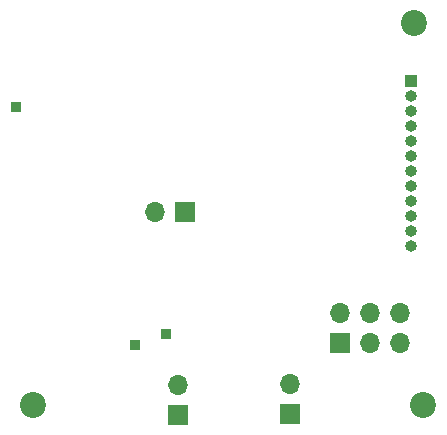
<source format=gbr>
%TF.GenerationSoftware,KiCad,Pcbnew,(5.1.9)-1*%
%TF.CreationDate,2021-03-26T18:59:29+01:00*%
%TF.ProjectId,DotBot,446f7442-6f74-42e6-9b69-6361645f7063,rev?*%
%TF.SameCoordinates,Original*%
%TF.FileFunction,Soldermask,Bot*%
%TF.FilePolarity,Negative*%
%FSLAX46Y46*%
G04 Gerber Fmt 4.6, Leading zero omitted, Abs format (unit mm)*
G04 Created by KiCad (PCBNEW (5.1.9)-1) date 2021-03-26 18:59:29*
%MOMM*%
%LPD*%
G01*
G04 APERTURE LIST*
%ADD10O,1.000000X1.000000*%
%ADD11R,1.000000X1.000000*%
%ADD12O,1.700000X1.700000*%
%ADD13R,1.700000X1.700000*%
%ADD14C,2.200000*%
%ADD15R,0.850000X0.850000*%
G04 APERTURE END LIST*
D10*
%TO.C,J5*%
X110500000Y-65070000D03*
X110500000Y-63800000D03*
X110500000Y-62530000D03*
X110500000Y-61260000D03*
X110500000Y-59990000D03*
X110500000Y-58720000D03*
X110500000Y-57450000D03*
X110500000Y-56180000D03*
X110500000Y-54910000D03*
X110500000Y-53640000D03*
X110500000Y-52370000D03*
D11*
X110500000Y-51100000D03*
%TD*%
D12*
%TO.C,J6*%
X109580000Y-70760000D03*
X109580000Y-73300000D03*
X107040000Y-70760000D03*
X107040000Y-73300000D03*
X104500000Y-70760000D03*
D13*
X104500000Y-73300000D03*
%TD*%
D14*
%TO.C,REF\u002A\u002A*%
X78500000Y-78500000D03*
%TD*%
%TO.C,REF\u002A\u002A*%
X111500000Y-78500000D03*
%TD*%
%TO.C,REF\u002A\u002A*%
X110700000Y-46200000D03*
%TD*%
D12*
%TO.C,J2*%
X100200000Y-76760000D03*
D13*
X100200000Y-79300000D03*
%TD*%
D15*
%TO.C,TP3*%
X77000000Y-53300000D03*
%TD*%
%TO.C,TP2*%
X87100000Y-73500000D03*
%TD*%
%TO.C,TP1*%
X89700000Y-72500000D03*
%TD*%
D12*
%TO.C,J4*%
X88822000Y-62226000D03*
D13*
X91362000Y-62226000D03*
%TD*%
D12*
%TO.C,J1*%
X90750000Y-76810000D03*
D13*
X90750000Y-79350000D03*
%TD*%
M02*

</source>
